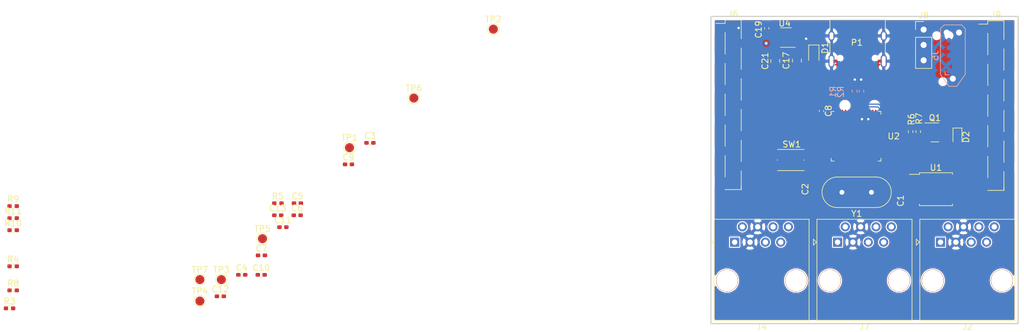
<source format=kicad_pcb>
(kicad_pcb (version 20211014) (generator pcbnew)
  (layers (0 "F.Cu" signal) (1 "In1.Cu" signal) (2 "In2.Cu" signal) (31 "B.Cu" signal) (34 "B.Paste" user) (35 "F.Paste" user) (36 "B.SilkS" user "B.Silkscreen") (37 "F.SilkS" user "F.Silkscreen") (38 "B.Mask" user) (39 "F.Mask" user) (44 "Edge.Cuts" user))
  (net 0 "")
  (net 1 "Net-(C1-Pad1)")
  (net 2 "GND")
  (net 3 "Net-(C2-Pad1)")
  (net 4 "+3V3")
  (net 5 "Net-(C10-Pad1)")
  (net 6 "/1.1V")
  (net 7 "+5V")
  (net 8 "Net-(C19-Pad2)")
  (net 9 "Net-(D1-Pad2)")
  (net 10 "Net-(D2-Pad1)")
  (net 11 "Net-(D2-Pad2)")
  (net 12 "+12V")
  (net 13 "/SPI1_MOSI")
  (net 14 "/SPI1_MISO")
  (net 15 "/SPI1_NSS")
  (net 16 "/SPI1_SCK")
  (net 17 "/SPI0_MOSI")
  (net 18 "/SPI0_MISO")
  (net 19 "/SPI0_NSS")
  (net 20 "/SPI0_SCK")
  (net 21 "/SWDIO")
  (net 22 "/SWCLK")
  (net 27 "/GPIO0")
  (net 28 "/GPIO1")
  (net 29 "/GPIO4")
  (net 30 "/GPIO5")
  (net 31 "/ADC0")
  (net 32 "/ADC1")
  (net 33 "/ADC2")
  (net 34 "/ADC3")
  (net 35 "/SCL0")
  (net 36 "/SDA0")
  (net 39 "/UART1_RX")
  (net 40 "/UART1_TX")
  (net 41 "/GPIO16")
  (net 42 "/GPIO17")
  (net 43 "/GPIO18")
  (net 44 "/GPIO19")
  (net 45 "/GPIO20")
  (net 46 "/GPIO21")
  (net 47 "/GPIO22")
  (net 48 "/GPIO23")
  (net 49 "/GPIO24")
  (net 50 "/GPIO25")
  (net 51 "Net-(P1-PadA5)")
  (net 52 "Net-(P1-PadB5)")
  (net 53 "Net-(Q1-Pad1)")
  (net 54 "/d-")
  (net 55 "/d+")
  (net 56 "/LED1")
  (net 57 "/USB_BOOT")
  (net 58 "/QSPI-CS")
  (net 59 "Net-(R11-Pad2)")
  (net 60 "/QSPI-SD1")
  (net 61 "/QSPI-SD2")
  (net 62 "/QSPI-SD0")
  (net 63 "/QSPI-CLK")
  (net 64 "/QSPI-SD3")
  (net 65 "/dd+")
  (net 66 "/dd-")
  (footprint "Connector_RJ:RJ45_OST_PJ012-8P8CX_Vertical" (layer "F.Cu") (at 241.1635 113.53)
    (fp_text reference "J2" (at 4.45 14) (layer "F.SilkS"))
    (fp_text value "8P8C")
    (pad "" np_thru_hole circle (at 10.16 6.35) (size 3.65 3.65) (drill 3.45) (layers *.Cu *.SilkS *.Mask))
    (pad "" np_thru_hole circle (at -1.27 6.35) (size 3.65 3.65) (drill 3.45) (layers *.Cu *.SilkS *.Mask))
    (pad "1" thru_hole rect (at 0 0) (size 1.5 1.5) (drill 0.9) (layers *.Cu *.Mask) (net 4 "+3V3"))
    (pad "2" thru_hole circle (at 1.27 -2.54) (size 1.5 1.5) (drill 0.9) (layers *.Cu *.Mask) (net 4 "+3V3"))
    (pad "3" thru_hole circle (at 2.54 0) (size 1.5 1.5) (drill 0.9) (layers *.Cu *.Mask) (net 2 "GND"))
    (pad "4" thru_hole circle (at 3.81 -2.54) (size 1.5 1.5) (drill 0.9) (layers *.Cu *.Mask) (net 2 "GND"))
    (pad "5" thru_hole circle (at 5.08 0) (size 1.5 1.5) (drill 0.9) (layers *.Cu *.Mask) (net 13 "/SPI1_MOSI"))
    (pad "6" thru_hole circle (at 6.35 -2.54) (size 1.5 1.5) (drill 0.9) (layers *.Cu *.Mask) (net 14 "/SPI1_MISO"))
    (pad "7" thru_hole circle (at 7.62 0) (size 1.5 1.5) (drill 0.9) (layers *.Cu *.Mask) (net 15 "/SPI1_NSS"))
    (pad "8" thru_hole circle (at 8.89 -2.54) (size 1.5 1.5) (drill 0.9) (layers *.Cu *.Mask) (net 16 "/SPI1_SCK"))
  )
  (footprint "TestPoint:TestPoint_Pad_D1.5mm" (layer "F.Cu") (at 129.04 112.95)
    (fp_text reference "TP5" (at 0 -1.648) (layer "F.SilkS"))
    (fp_text value "TestPoint")
    (pad "1" smd circle (at 0 0) (size 1.5 1.5) (layers "F.Cu" "F.Mask") (net 32 "/ADC1"))
  )
  (footprint "TestPoint:TestPoint_Pad_D1.5mm" (layer "F.Cu") (at 154.07 89.7)
    (fp_text reference "TP6" (at 0 -1.648) (layer "F.SilkS"))
    (fp_text value "TestPoint")
    (pad "1" smd circle (at 0 0) (size 1.5 1.5) (layers "F.Cu" "F.Mask") (net 33 "/ADC2"))
  )
  (footprint "Resistor_SMD:R_0402_1005Metric_Pad0.72x0.64mm_HandSolder" (layer "F.Cu") (at 87.21 124.47)
    (fp_text reference "R3" (at 0 -1.17) (layer "F.SilkS"))
    (fp_text value "1K5")
    (pad "1" smd roundrect (at -0.5975 0) (size 0.715 0.64) (layers "F.Cu" "F.Paste" "F.Mask") (net 4 "+3V3"))
    (pad "2" smd roundrect (at 0.5975 0) (size 0.715 0.64) (layers "F.Cu" "F.Paste" "F.Mask") (net 65 "/dd+"))
  )
  (footprint "Capacitor_SMD:C_0402_1005Metric_Pad0.74x0.62mm_HandSolder" (layer "F.Cu") (at 125.62 118.93)
    (fp_text reference "C4" (at 0 -1.16) (layer "F.SilkS"))
    (fp_text value ".1uF")
    (pad "1" smd roundrect (at -0.5675 0) (size 0.735 0.62) (layers "F.Cu" "F.Paste" "F.Mask") (net 5 "Net-(C10-Pad1)"))
    (pad "2" smd roundrect (at 0.5675 0) (size 0.735 0.62) (layers "F.Cu" "F.Paste" "F.Mask") (net 4 "+3V3"))
  )
  (footprint "Connector_PinHeader_2.54mm:PinHeader_1x03_P2.54mm_Vertical" (layer "F.Cu") (at 238.379 78.374)
    (fp_text reference "J8" (at 0 -2.33) (layer "F.SilkS"))
    (fp_text value "Conn_01x03")
    (pad "1" thru_hole rect (at 0 0) (size 1.7 1.7) (drill 1) (layers *.Cu *.Mask) (net 39 "/UART1_RX"))
    (pad "2" thru_hole oval (at 0 2.54) (size 1.7 1.7) (drill 1) (layers *.Cu *.Mask) (net 40 "/UART1_TX"))
    (pad "3" thru_hole oval (at 0 5.08) (size 1.7 1.7) (drill 1) (layers *.Cu *.Mask) (net 2 "GND"))
  )
  (footprint "Resistor_SMD:R_0402_1005Metric_Pad0.72x0.64mm_HandSolder" (layer "F.Cu") (at 237.49 95.25 -90)
    (fp_text reference "R7" (at -2.159 -0.127 90) (layer "F.SilkS"))
    (fp_text value "DNP")
    (pad "1" smd roundrect (at -0.5975 0 270) (size 0.715 0.64) (layers "F.Cu" "F.Paste" "F.Mask") (net 53 "Net-(Q1-Pad1)"))
    (pad "2" smd roundrect (at 0.5975 0 270) (size 0.715 0.64) (layers "F.Cu" "F.Paste" "F.Mask") (net 2 "GND"))
  )
  (footprint "Resistor_SMD:R_0402_1005Metric_Pad0.72x0.64mm_HandSolder" (layer "F.Cu") (at 131.59 107.1)
    (fp_text reference "R5" (at 0 -1.17) (layer "F.SilkS"))
    (fp_text value "5k1")
    (pad "1" smd roundrect (at -0.5975 0) (size 0.715 0.64) (layers "F.Cu" "F.Paste" "F.Mask") (net 51 "Net-(P1-PadA5)"))
    (pad "2" smd roundrect (at 0.5975 0) (size 0.715 0.64) (layers "F.Cu" "F.Paste" "F.Mask") (net 2 "GND"))
  )
  (footprint "Capacitor_SMD:C_0402_1005Metric_Pad0.74x0.62mm_HandSolder" (layer "F.Cu") (at 122.07 122.48)
    (fp_text reference "C12" (at 0 -1.16) (layer "F.SilkS"))
    (fp_text value ".1uF")
    (pad "1" smd roundrect (at -0.5675 0) (size 0.735 0.62) (layers "F.Cu" "F.Paste" "F.Mask") (net 5 "Net-(C10-Pad1)"))
    (pad "2" smd roundrect (at 0.5675 0) (size 0.735 0.62) (layers "F.Cu" "F.Paste" "F.Mask") (net 4 "+3V3"))
  )
  (footprint "Package_SO:SOIC-8_5.23x5.23mm_P1.27mm" (layer "F.Cu") (at 240.411 104.775)
    (fp_text reference "U1" (at 0 -3.56) (layer "F.SilkS"))
    (fp_text value "W25Q16JVSSIQ")
    (pad "1" smd roundrect (at -3.6 -1.905) (size 1.6 0.6) (layers "F.Cu" "F.Paste" "F.Mask") (net 58 "/QSPI-CS"))
    (pad "2" smd roundrect (at -3.6 -0.635) (size 1.6 0.6) (layers "F.Cu" "F.Paste" "F.Mask") (net 60 "/QSPI-SD1"))
    (pad "3" smd roundrect (at -3.6 0.635) (size 1.6 0.6) (layers "F.Cu" "F.Paste" "F.Mask") (net 61 "/QSPI-SD2"))
    (pad "4" smd roundrect (at -3.6 1.905) (size 1.6 0.6) (layers "F.Cu" "F.Paste" "F.Mask") (net 2 "GND"))
    (pad "5" smd roundrect (at 3.6 1.905) (size 1.6 0.6) (layers "F.Cu" "F.Paste" "F.Mask") (net 62 "/QSPI-SD0"))
    (pad "6" smd roundrect (at 3.6 0.635) (size 1.6 0.6) (layers "F.Cu" "F.Paste" "F.Mask") (net 63 "/QSPI-CLK"))
    (pad "7" smd roundrect (at 3.6 -0.635) (size 1.6 0.6) (layers "F.Cu" "F.Paste" "F.Mask") (net 64 "/QSPI-SD3"))
    (pad "8" smd roundrect (at 3.6 -1.905) (size 1.6 0.6) (layers "F.Cu" "F.Paste" "F.Mask") (net 4 "+3V3"))
  )
  (footprint "TestPoint:TestPoint_Pad_D1.5mm" (layer "F.Cu") (at 118.69 119.72)
    (fp_text reference "TP7" (at 0 -1.648) (layer "F.SilkS"))
    (fp_text value "TestPoint")
    (pad "1" smd circle (at 0 0) (size 1.5 1.5) (layers "F.Cu" "F.Mask") (net 34 "/ADC3"))
  )
  (footprint "Package_DFN_QFN:QFN-56-1EP_8x8mm_P0.5mm_EP4.3x4.3mm" (layer "F.Cu") (at 227.203 96.012)
    (fp_text reference "U2" (at 6.223 0) (layer "F.SilkS"))
    (fp_text value "RP2040")
    (pad "1" smd roundrect (at -3.9375 -3.25) (size 0.875 0.25) (layers "F.Cu" "F.Paste" "F.Mask") (net 4 "+3V3"))
    (pad "2" smd roundrect (at -3.9375 -2.75) (size 0.875 0.25) (layers "F.Cu" "F.Paste" "F.Mask") (net 27 "/GPIO0"))
    (pad "3" smd roundrect (at -3.9375 -2.25) (size 0.875 0.25) (layers "F.Cu" "F.Paste" "F.Mask") (net 28 "/GPIO1"))
    (pad "4" smd roundrect (at -3.9375 -1.75) (size 0.875 0.25) (layers "F.Cu" "F.Paste" "F.Mask") (net 40 "/UART1_TX"))
    (pad "5" smd roundrect (at -3.9375 -1.25) (size 0.875 0.25) (layers "F.Cu" "F.Paste" "F.Mask") (net 39 "/UART1_RX"))
    (pad "6" smd roundrect (at -3.9375 -0.75) (size 0.875 0.25) (layers "F.Cu" "F.Paste" "F.Mask") (net 29 "/GPIO4"))
    (pad "7" smd roundrect (at -3.9375 -0.25) (size 0.875 0.25) (layers "F.Cu" "F.Paste" "F.Mask") (net 30 "/GPIO5"))
    (pad "8" smd roundrect (at -3.9375 0.25) (size 0.875 0.25) (layers "F.Cu" "F.Paste" "F.Mask") (net 36 "/SDA0"))
    (pad "9" smd roundrect (at -3.9375 0.75) (size 0.875 0.25) (layers "F.Cu" "F.Paste" "F.Mask") (net 35 "/SCL0"))
    (pad "10" smd roundrect (at -3.9375 1.25) (size 0.875 0.25) (layers "F.Cu" "F.Paste" "F.Mask") (net 4 "+3V3"))
    (pad "11" smd roundrect (at -3.9375 1.75) (size 0.875 0.25) (layers "F.Cu" "F.Paste" "F.Mask") (net 13 "/SPI1_MOSI"))
    (pad "12" smd roundrect (at -3.9375 2.25) (size 0.875 0.25) (layers "F.Cu" "F.Paste" "F.Mask") (net 14 "/SPI1_MISO"))
    (pad "13" smd roundrect (at -3.9375 2.75) (size 0.875 0.25) (layers "F.Cu" "F.Paste" "F.Mask") (net 15 "/SPI1_NSS"))
    (pad "14" smd roundrect (at -3.9375 3.25) (size 0.875 0.25) (layers "F.Cu" "F.Paste" "F.Mask") (net 16 "/SPI1_SCK"))
    (pad "15" smd roundrect (at -3.25 3.9375) (size 0.25 0.875) (layers "F.Cu" "F.Paste" "F.Mask") (net 56 "/LED1"))
    (pad "16" smd roundrect (at -2.75 3.9375) (size 0.25 0.875) (layers "F.Cu" "F.Paste" "F.Mask") (net 18 "/SPI0_MISO"))
    (pad "17" smd roundrect (at -2.25 3.9375) (size 0.25 0.875) (layers "F.Cu" "F.Paste" "F.Mask") (net 19 "/SPI0_NSS"))
    (pad "18" smd roundrect (at -1.75 3.9375) (size 0.25 0.875) (layers "F.Cu" "F.Paste" "F.Mask") (net 20 "/SPI0_SCK"))
    (pad "19" smd roundrect (at -1.25 3.9375) (size 0.25 0.875) (layers "F.Cu" "F.Paste" "F.Mask") (net 17 "/SPI0_MOSI"))
    (pad "20" smd roundrect (at -0.75 3.9375) (size 0.25 0.875) (layers "F.Cu" "F.Paste" "F.Mask") (net 1 "Net-(C1-Pad1)"))
    (pad "21" smd roundrect (at -0.25 3.9375) (size 0.25 0.875) (layers "F.Cu" "F.Paste" "F.Mask") (net 3 "Net-(C2-Pad1)"))
    (pad "22" smd roundrect (at 0.25 3.9375) (size 0.25 0.875) (layers "F.Cu" "F.Paste" "F.Mask") (net 4 "+3V3"))
    (pad "23" smd roundrect (at 0.75 3.9375) (size 0.25 0.875) (layers "F.Cu" "F.Paste" "F.Mask") (net 6 "/1.1V"))
    (pad "24" smd roundrect (at 1.25 3.9375) (size 0.25 0.875) (layers "F.Cu" "F.Paste" "F.Mask") (net 22 "/SWCLK"))
    (pad "25" smd roundrect (at 1.75 3.9375) (size 0.25 0.875) (layers "F.Cu" "F.Paste" "F.Mask") (net 21 "/SWDIO"))
    (pad "26" smd roundrect (at 2.25 3.9375) (size 0.25 0.875) (layers "F.Cu" "F.Paste" "F.Mask") (net 59 "Net-(R11-Pad2)"))
    (pad "27" smd roundrect (at 2.75 3.9375) (size 0.25 0.875) (layers "F.Cu" "F.Paste" "F.Mask") (net 41 "/GPIO16"))
    (pad "28" smd roundrect (at 3.25 3.9375) (size 0.25 0.875) (layers "F.Cu" "F.Paste" "F.Mask") (net 42 "/GPIO17"))
    (pad "29" smd roundrect (at 3.9375 3.25) (size 0.875 0.25) (layers "F.Cu" "F.Paste" "F.Mask") (net 43 "/GPIO18"))
    (pad "30" smd roundrect (at 3.9375 2.75) (size 0.875 0.25) (layers "F.Cu" "F.Paste" "F.Mask") (net 44 "/GPIO19"))
    (pad "31" smd roundrect (at 3.9375 2.25) (size 0.875 0.25) (layers "F.Cu" "F.Paste" "F.Mask") (net 45 "/GPIO20"))
    (pad "32" smd roundrect (at 3.9375 1.75) (size 0.875 0.25) (layers "F.Cu" "F.Paste" "F.Mask") (net 46 "/GPIO21"))
    (pad "33" smd roundrect (at 3.9375 1.25) (size 0.875 0.25) (layers "F.Cu" "F.Paste" "F.Mask") (net 4 "+3V3"))
    (pad "34" smd roundrect (at 3.9375 0.75) (size 0.875 0.25) (layers "F.Cu" "F.Paste" "F.Mask") (net 47 "/GPIO22"))
    (pad "35" smd roundrect (at 3.9375 0.25) (size 0.875 0.25) (layers "F.Cu" "F.Paste" "F.Mask") (net 48 "/GPIO23"))
    (pad "36" smd roundrect (at 3.9375 -0.25) (size 0.875 0.25) (layers "F.Cu" "F.Paste" "F.Mask") (net 49 "/GPIO24"))
    (pad "37" smd roundrect (at 3.9375 -0.75) (size 0.875 0.25) (layers "F.Cu" "F.Paste" "F.Mask") (net 50 "/GPIO25"))
    (pad "38" smd roundrect (at 3.9375 -1.25) (size 0.875 0.25) (layers "F.Cu" "F.Paste" "F.Mask") (net 31 "/ADC0"))
    (pad "39" smd roundrect (at 3.9375 -1.75) (size 0.875 0.25) (layers "F.Cu" "F.Paste" "F.Mask") (net 32 "/ADC1"))
    (pad "40" smd roundrect (at 3.9375 -2.25) (size 0.875 0.25) (layers "F.Cu" "F.Paste" "F.Mask") (net 33 "/ADC2"))
    (pad "41" smd roundrect (at 3.9375 -2.75) (size 0.875 0.25) (layers "F.Cu" "F.Paste" "F.Mask") (net 34 "/ADC3"))
    (pad "42" smd roundrect (at 3.9375 -3.25) (size 0.875 0.25) (layers "F.Cu" "F.Paste" "F.Mask") (net 4 "+3V3"))
    (pad "43" smd roundrect (at 3.25 -3.9375) (size 0.25 0.875) (layers "F.Cu" "F.Paste" "F.Mask") (net 4 "+3V3"))
    (pad "44" smd roundrect (at 2.75 -3.9375) (size 0.25 0.875) (layers "F.Cu" "F.Paste" "F.Mask") (net 4 "+3V3"))
    (pad "45" smd roundrect (at 2.25 -3.9375) (size 0.25 0.875) (layers "F.Cu" "F.Paste" "F.Mask") (net 6 "/1.1V"))
    (pad "46" smd roundrect (at 1.75 -3.9375) (size 0.25 0.875) (layers "F.Cu" "F.Paste" "F.Mask") (net 54 "/d-"))
    (pad "47" smd roundrect (at 1.25 -3.9375) (size 0.25 0.875) (layers "F.Cu" "F.Paste" "F.Mask") (net 55 "/d+"))
    (pad "48" smd roundrect (at 0.75 -3.9375) (size 0.25 0.875) (layers "F.Cu" "F.Paste" "F.Mask") (net 4 "+3V3"))
    (pad "49" smd roundrect (at 0.25 -3.9375) (size 0.25 0.875) (layers "F.Cu" "F.Paste" "F.Mask") (net 4 "+3V3"))
    (pad "50" smd roundrect (at -0.25 -3.9375) (size 0.25 0.875) (layers "F.Cu" "F.Paste" "F.Mask") (net 6 "/1.1V"))
    (pad "51" smd roundrect (at -0.75 -3.9375) (size 0.25 0.875) (layers "F.Cu" "F.Paste" "F.Mask") (net 64 "/QSPI-SD3"))
    (pad "52" smd roundrect (at -1.25 -3.9375) (size 0.25 0.875) (layers "F.Cu" "F.Paste" "F.Mask") (net 63 "/QSPI-CLK"))
    (pad "53" smd roundrect (at -1.75 -3.9375) (size 0.25 0.875) (layers "F.Cu" "F.Paste" "F.Mask") (net 62 "/QSPI-SD0"))
    (pad "54" smd roundrect (at -2.25 -3.9375) (size 0.25 0.875) (layers "F.Cu" "F.Paste" "F.Mask") (net 61 "/QSPI-SD2"))
    (pad "55" smd roundrect (at -2.75 -3.9375) (size 0.25 0.875) (layers "F.Cu" "F.Paste" "F.Mask") (net 60 "/QSPI-SD1"))
    (pad "56" smd roundrect (at -3.25 -3.9375) (size 0.25 0.875) (layers "F.Cu" "F.Paste" "F.Mask") (net 58 "/QSPI-CS"))
    (pad "57" smd rect (at 0 0) (size 4.3 4.3) (layers "F.Cu" "F.Mask") (net 2 "GND"))
  )
  (footprint "Capacitor_SMD:C_0402_1005Metric_Pad0.74x0.62mm_HandSolder" (layer "F.Cu") (at 221.488 91.821 -90)
    (fp_text reference "C8" (at 0 -1.16 90) (layer "F.SilkS"))
    (fp_text value ".1uF")
    (pad "1" smd roundrect (at -0.5675 0 270) (size 0.735 0.62) (layers "F.Cu" "F.Paste" "F.Mask") (net 5 "Net-(C10-Pad1)"))
    (pad "2" smd roundrect (at 0.5675 0 270) (size 0.735 0.62) (layers "F.Cu" "F.Paste" "F.Mask") (net 4 "+3V3"))
  )
  (footprint "Capacitor_SMD:C_0402_1005Metric_Pad0.74x0.62mm_HandSolder" (layer "F.Cu") (at 143.26 100.66)
    (fp_text reference "C9" (at 0 -1.16) (layer "F.SilkS"))
    (fp_text value ".1uF")
    (pad "1" smd roundrect (at -0.5675 0) (size 0.735 0.62) (layers "F.Cu" "F.Paste" "F.Mask") (net 2 "GND"))
    (pad "2" smd roundrect (at 0.5675 0) (size 0.735 0.62) (layers "F.Cu" "F.Paste" "F.Mask") (net 6 "/1.1V"))
  )
  (footprint "Capacitor_SMD:C_0402_1005Metric_Pad0.74x0.62mm_HandSolder" (layer "F.Cu") (at 212.424 78.166 -90)
    (fp_text reference "C19" (at 0.193 1.35 90) (layer "F.SilkS"))
    (fp_text value "10nF")
    (pad "1" smd roundrect (at -0.5675 0 270) (size 0.735 0.62) (layers "F.Cu" "F.Paste" "F.Mask") (net 2 "GND"))
    (pad "2" smd roundrect (at 0.5675 0 270) (size 0.735 0.62) (layers "F.Cu" "F.Paste" "F.Mask") (net 8 "Net-(C19-Pad2)"))
  )
  (footprint "Package_TO_SOT_SMD:SOT-23" (layer "F.Cu") (at 240.2355 95.377)
    (fp_text reference "Q1" (at 0 -2.4) (layer "F.SilkS"))
    (fp_text value "2N7002")
    (pad "1" smd roundrect (at -0.9375 -0.95) (size 1.475 0.6) (layers "F.Cu" "F.Paste" "F.Mask") (net 53 "Net-(Q1-Pad1)"))
    (pad "2" smd roundrect (at -0.9375 0.95) (size 1.475 0.6) (layers "F.Cu" "F.Paste" "F.Mask") (net 2 "GND"))
    (pad "3" smd roundrect (at 0.9375 0) (size 1.475 0.6) (layers "F.Cu" "F.Paste" "F.Mask") (net 10 "Net-(D2-Pad1)"))
  )
  (footprint "Resistor_SMD:R_0402_1005Metric_Pad0.72x0.64mm_HandSolder" (layer "F.Cu") (at 87.81 111.55)
    (fp_text reference "R10" (at 0 -1.17) (layer "F.SilkS"))
    (fp_text value "10K")
    (pad "1" smd roundrect (at -0.5975 0) (size 0.715 0.64) (layers "F.Cu" "F.Paste" "F.Mask") (net 4 "+3V3"))
    (pad "2" smd roundrect (at 0.5975 0) (size 0.715 0.64) (layers "F.Cu" "F.Paste" "F.Mask") (net 58 "/QSPI-CS"))
  )
  (footprint "Capacitor_SMD:C_0402_1005Metric_Pad0.74x0.62mm_HandSolder" (layer "F.Cu") (at 134.82 107.09)
    (fp_text reference "C5" (at 0 -1.16) (layer "F.SilkS"))
    (fp_text value ".1uF")
    (pad "1" smd roundrect (at -0.5675 0) (size 0.735 0.62) (layers "F.Cu" "F.Paste" "F.Mask") (net 5 "Net-(C10-Pad1)"))
    (pad "2" smd roundrect (at 0.5675 0) (size 0.735 0.62) (layers "F.Cu" "F.Paste" "F.Mask") (net 4 "+3V3"))
  )
  (footprint "LED_SMD:LED_0603_1608Metric" (layer "F.Cu") (at 243.967 96.139 -90)
    (fp_text reference "D2" (at 0 -1.43 90) (layer "F.SilkS"))
    (fp_text value "Red LED")
    (pad "1" smd roundrect (at -0.7875 0 270) (size 0.875 0.95) (layers "F.Cu" "F.Paste" "F.Mask") (net 10 "Net-(D2-Pad1)"))
    (pad "2" smd roundrect (at 0.7875 0 270) (size 0.875 0.95) (layers "F.Cu" "F.Paste" "F.Mask") (net 11 "Net-(D2-Pad2)"))
  )
  (footprint "TestPoint:TestPoint_Pad_D1.5mm" (layer "F.Cu") (at 167.22 78.3)
    (fp_text reference "TP2" (at 0 -1.648) (layer "F.SilkS"))
    (fp_text value "TestPoint")
    (pad "1" smd circle (at 0 0) (size 1.5 1.5) (layers "F.Cu" "F.Mask") (net 7 "+5V"))
  )
  (footprint "Resistor_SMD:R_0402_1005Metric_Pad0.72x0.64mm_HandSolder" (layer "F.Cu") (at 87.81 117.52)
    (fp_text reference "R4" (at 0 -1.17) (layer "F.SilkS"))
    (fp_text value "5k1")
    (pad "1" smd roundrect (at -0.5975 0) (size 0.715 0.64) (layers "F.Cu" "F.Paste" "F.Mask") (net 52 "Net-(P1-PadB5)"))
    (pad "2" smd roundrect (at 0.5975 0) (size 0.715 0.64) (layers "F.Cu" "F.Paste" "F.Mask") (net 2 "GND"))
  )
  (footprint "Capacitor_SMD:C_0402_1005Metric_Pad0.74x0.62mm_HandSolder" (layer "F.Cu") (at 146.81 97.11)
    (fp_text reference "C3" (at 0 -1.16) (layer "F.SilkS"))
    (fp_text value ".1uF")
    (pad "1" smd roundrect (at -0.5675 0) (size 0.735 0.62) (layers "F.Cu" "F.Paste" "F.Mask") (net 2 "GND"))
    (pad "2" smd roundrect (at 0.5675 0) (size 0.735 0.62) (layers "F.Cu" "F.Paste" "F.Mask") (net 4 "+3V3"))
  )
  (footprint "Connector_RJ:RJ45_OST_PJ012-8P8CX_Vertical" (layer "F.Cu") (at 207.1275 113.53)
    (fp_text reference "J4" (at 4.45 14) (layer "F.SilkS"))
    (fp_text value "8P8C")
    (pad "" np_thru_hole circle (at -1.27 6.35) (size 3.65 3.65) (drill 3.45) (layers *.Cu *.SilkS *.Mask))
    (pad "" np_thru_hole circle (at 10.16 6.35) (size 3.65 3.65) (drill 3.45) (layers *.Cu *.SilkS *.Mask))
    (pad "1" thru_hole rect (at 0 0) (size 1.5 1.5) (drill 0.9) (layers *.Cu *.Mask) (net 4 "+3V3"))
    (pad "2" thru_hole circle (at 1.27 -2.54) (size 1.5 1.5) (drill 0.9) (layers *.Cu *.Mask) (net 4 "+3V3"))
    (pad "3" thru_hole circle (at 2.54 0) (size 1.5 1.5) (drill 0.9) (layers *.Cu *.Mask) (net 2 "GND"))
    (pad "4" thru_hole circle (at 3.81 -2.54) (size 1.5 1.5) (drill 0.9) (layers *.Cu *.Mask) (net 2 "GND"))
    (pad "5" thru_hole circle (at 5.08 0) (size 1.5 1.5) (drill 0.9) (layers *.Cu *.Mask) (net 17 "/SPI0_MOSI"))
    (pad "6" thru_hole circle (at 6.35 -2.54) (size 1.5 1.5) (drill 0.9) (layers *.Cu *.Mask) (net 18 "/SPI0_MISO"))
    (pad "7" thru_hole circle (at 7.62 0) (size 1.5 1.5) (drill 0.9) (layers *.Cu *.Mask) (net 19 "/SPI0_NSS"))
    (pad "8" thru_hole circle (at 8.89 -2.54) (size 1.5 1.5) (drill 0.9) (layers *.Cu *.Mask) (net 20 "/SPI0_SCK"))
  )
  (footprint "Connector_RJ:RJ45_OST_PJ012-8P8CX_Vertical" (layer "F.Cu") (at 224.1455 113.53)
    (fp_text reference "J7" (at 4.45 14) (layer "F.SilkS"))
    (fp_text value "8P8C")
    (pad "" np_thru_hole circle (at 10.16 6.35) (size 3.65 3.65) (drill 3.45) (layers *.Cu *.SilkS *.Mask))
    (pad "" np_thru_hole circle (at -1.27 6.35) (size 3.65 3.65) (drill 3.45) (layers *.Cu *.SilkS *.Mask))
    (pad "1" thru_hole rect (at 0 0) (size 1.5 1.5) (drill 0.9) (layers *.Cu *.Mask) (net 4 "+3V3"))
    (pad "2" thru_hole circle (at 1.27 -2.54) (size 1.5 1.5) (drill 0.9) (layers *.Cu *.Mask) (net 4 "+3V3"))
    (pad "3" thru_hole circle (at 2.54 0) (size 1.5 1.5) (drill 0.9) (layers *.Cu *.Mask) (net 2 "GND"))
    (pad "4" thru_hole circle (at 3.81 -2.54) (size 1.5 1.5) (drill 0.9) (layers *.Cu *.Mask) (net 2 "GND"))
    (pad "5" thru_hole circle (at 5.08 0) (size 1.5 1.5) (drill 0.9) (layers *.Cu *.Mask) (net 35 "/SCL0"))
    (pad "6" thru_hole circle (at 6.35 -2.54) (size 1.5 1.5) (drill 0.9) (layers *.Cu *.Mask) (net 36 "/SDA0"))
    (pad "7" thru_hole circle (at 7.62 0) (size 1.5 1.5) (drill 0.9) (layers *.Cu *.Mask))
    (pad "8" thru_hole circle (at 8.89 -2.54) (size 1.5 1.5) (drill 0.9) (layers *.Cu *.Mask))
  )
  (footprint "Resistor_SMD:R_0402_1005Metric_Pad0.72x0.64mm_HandSolder" (layer "F.Cu") (at 87.81 109.56)
    (fp_text reference "R11" (at 0 -1.17) (layer "F.SilkS"))
    (fp_text value "10K")
    (pad "1" smd roundrect (at -0.5975 0) (size 0.715 0.64) (layers "F.Cu" "F.Paste" "F.Mask") (net 4 "+3V3"))
    (pad "2" smd roundrect (at 0.5975 0) (size 0.715 0.64) (layers "F.Cu" "F.Paste" "F.Mask") (net 59 "Net-(R11-Pad2)"))
  )
  (footprint "Capacitor_SMD:C_0402_1005Metric_Pad0.74x0.62mm_HandSolder" (layer "F.Cu") (at 132.42 111.05)
    (fp_text reference "C11" (at 0 -1.16) (layer "F.SilkS"))
    (fp_text value ".1uF")
    (pad "1" smd roundrect (at -0.5675 0) (size 0.735 0.62) (layers "F.Cu" "F.Paste" "F.Mask") (net 2 "GND"))
    (pad "2" smd roundrect (at 0.5675 0) (size 0.735 0.62) (layers "F.Cu" "F.Paste" "F.Mask") (net 6 "/1.1V"))
  )
  (footprint "Capacitor_SMD:C_0402_1005Metric_Pad0.74x0.62mm_HandSolder" (layer "F.Cu") (at 131.57 109.08)
    (fp_text reference "C13" (at 0 -1.16) (layer "F.SilkS"))
    (fp_text value ".1uF")
    (pad "1" smd roundrect (at -0.5675 0) (size 0.735 0.62) (layers "F.Cu" "F.Paste" "F.Mask") (net 5 "Net-(C10-Pad1)"))
    (pad "2" smd roundrect (at 0.5675 0) (size 0.735 0.62) (layers "F.Cu" "F.Paste" "F.Mask") (net 4 "+3V3"))
  )
  (footprint "Capacitor_SMD:C_0402_1005Metric_Pad0.74x0.62mm_HandSolder" (layer "F.Cu") (at 128.87 115.71)
    (fp_text reference "C7" (at 0 -1.16) (layer "F.SilkS"))
    (fp_text value ".1uF")
    (pad "1" smd roundrect (at -0.5675 0) (size 0.735 0.62) (layers "F.Cu" "F.Paste" "F.Mask") (net 5 "Net-(C10-Pad1)"))
    (pad "2" smd roundrect (at 0.5675 0) (size 0.735 0.62) (layers "F.Cu" "F.Paste" "F.Mask") (net 4 "+3V3"))
  )
  (footprint "Package_TO_SOT_SMD:SOT-23-5_HandSoldering" (layer "F.Cu") (at 215.599 79.69 180)
    (fp_text reference "U4" (at 0.207 2.347) (layer "F.SilkS"))
    (fp_text value "BCT2028EUK33")
    (pad "1" smd rect (at -1.35 -0.95 180) (size 1.56 0.65) (layers "F.Cu" "F.Paste" "F.Mask") (net 7 "+5V"))
    (pad "2" smd rect (at -1.35 0 180) (size 1.56 0.65) (layers "F.Cu" "F.Paste" "F.Mask") (net 2 "GND"))
    (pad "3" smd rect (at -1.35 0.95 180) (size 1.56 0.65) (layers "F.Cu" "F.Paste" "F.Mask") (net 7 "+5V"))
    (pad "4" smd rect (at 1.35 0.95 180) (size 1.56 0.65) (layers "F.Cu" "F.Paste" "F.Mask") (net 8 "Net-(C19-Pad2)"))
    (pad "5" smd rect (at 1.35 -0.95 180) (size 1.56 0.65) (layers "F.Cu" "F.Paste" "F.Mask") (net 4 "+3V3"))
  )
  (footprint "Connector_USB:USB_C_Receptacle_XKB_U262-16XN-4BVC11" (layer "F.Cu") (at 227.457 80.487 180)
    (fp_text reference "P1" (at 0.127 -0.031) (layer "F.SilkS"))
    (fp_text value "USB_C_Plug_USB2.0")
    (pad "" np_thru_hole circle (at 2.89 -2.605 180) (size 0.65 0.65) (drill 0.65) (layers *.Cu *.Mask))
    (pad "" np_thru_hole circle (at -2.89 -2.605 180) (size 0.65 0.65) (drill 0.65) (layers *.Cu *.Mask))
    (pad "A1" smd rect (at -3.35 -3.67 180) (size 0.3 1.15) (layers "F.Cu" "F.Paste" "F.Mask") (net 2 "GND"))
    (pad "A4" smd rect (at -2.55 -3.67 180) (size 0.3 1.15) (layers "F.Cu" "F.Paste" "F.Mask") (net 9 "Net-(D1-Pad2)"))
    (pad "A5" smd rect (at -1.25 -3.67 180) (size 0.3 1.15) (layers "F.Cu" "F.Paste" "F.Mask") (net 51 "Net-(P1-PadA5)"))
    (pad "A6" smd rect (at -0.25 -3.67 180) (size 0.3 1.15) (layers "F.Cu" "F.Paste" "F.Mask") (net 65 "/dd+"))
    (pad "A7" smd rect (at 0.25 -3.67 180) (size 0.3 1.15) (layers "F.Cu" "F.Paste" "F.Mask") (net 66 "/dd-"))
    (pad "A8" smd rect (at 1.25 -3.67 180) (size 0.3 1.15) (layers "F.Cu" "F.Paste" "F.Mask"))
    (pad "A9" smd rect (at 2.55 -3.67 180) (size 0.3 1.15) (layers "F.Cu" "F.Paste" "F.Mask") (net 9 "Net-(D1-Pad2)"))
    (pad "A12" smd rect (at 3.35 -3.67 180) (size 0.3 1.15) (layers "F.Cu" "F.Paste" "F.Mask") (net 2 "GND"))
    (pad "B1" smd rect (at 3.05 -3.67 180) (size 0.3 1.15) (layers "F.Cu" "F.Paste" "F.Mask") (net 2 "GND"))
    (pad "B4" smd rect (at 2.25 -3.67 180) (size 0.3 1.15) (layers "F.Cu" "F.Paste" "F.Mask") (net 9 "Net-(D1-Pad2)"))
    (pad "B5" smd rect (at 1.75 -3.67 180) (size 0.3 1.15) (layers "F.Cu" "F.Paste" "F.Mask") (net 52 "Net-(P1-PadB5)"))
    (pad "B6" smd rect (at 0.75 -3.67 180) (size 0.3 1.15) (layers "F.Cu" "F.Paste" "F.Mask"))
    (pad "B7" smd rect (at -0.75 -3.67 180) (size 0.3 1.15) (layers "F.Cu" "F.Paste" "F.Mask"))
    (pad "B8" smd rect (at -1.75 -3.67 180) (size 0.3 1.15) (layers "F.Cu" "F.Paste" "F.Mask"))
    (pad "B9" smd rect (at -2.25 -3.67 180) (size 0.3 1.15) (layers "F.Cu" "F.Paste" "F.Mask") (net 9 "Net-(D1-Pad2)"))
    (pad "B12" smd rect (at -3.05 -3.67 180) (size 0.3 1.15) (layers "F.Cu" "F.Paste" "F.Mask") (net 2 "GND"))
    (pad "S1" thru_hole oval (at -4.32 -3.105 180) (size 1 2.1) (drill oval 0.6 1.7) (layers *.Cu *.Mask) (net 2 "GND"))
    (pad "S1" thru_hole oval (at -4.32 1.075 180) (size 1 1.6) (drill oval 0.6 1.2) (layers *.Cu *.Mask) (net 2 "GND"))
    (pad "S1" thru_hole oval (at 4.32 -3.105 180) (size 1 2.1) (drill oval 0.6 1.7) (layers *.Cu *.Mask) (net 2 "GND"))
    (pad "S1" thru_hole oval (at 4.32 1.075 180) (size 1 1.6) (drill oval 0.6 1.2) (layers *.Cu *.Mask) (net 2 "GND"))
  )
  (footprint "Connector_PinHeader_2.54mm:PinHeader_1x11_P2.54mm_Vertical_SMD_Pin1Left" (layer "F.Cu") (at 250.317 90.932)
    (fp_text reference "J9" (at 0 -15.03) (layer "F.SilkS"))
    (fp_text value "Conn_01x11")
    (pad "1" smd rect (at -1.655 -12.7) (size 2.51 1) (layers "F.Cu" "F.Paste" "F.Mask") (net 41 "/GPIO16"))
    (pad "2" smd rect (at 1.655 -10.16) (size 2.51 1) (layers "F.Cu" "F.Paste" "F.Mask") (net 42 "/GPIO17"))
    (pad "3" smd rect (at -1.655 -7.62) (size 2.51 1) (layers "F.Cu" "F.Paste" "F.Mask") (net 43 "/GPIO18"))
    (pad "4" smd rect (at 1.655 -5.08) (size 2.51 1) (layers "F.Cu" "F.Paste" "F.Mask") (net 44 "/GPIO19"))
    (pad "5" smd rect (at -1.655 -2.54) (size 2.51 1) (layers "F.Cu" "F.Paste" "F.Mask") (net 45 "/GPIO20"))
    (pad "6" smd rect (at 1.655 0) (size 2.51 1) (layers "F.Cu" "F.Paste" "F.Mask") (net 46 "/GPIO21"))
    (pad "7" smd rect (at -1.655 2.54) (size 2.51 1) (layers "F.Cu" "F.Paste" "F.Mask") (net 47 "/GPIO22"))
    (pad "8" smd rect (at 1.655 5.08) (size 2.51 1) (layers "F.Cu" "F.Paste" "F.Mask") (net 48 "/GPIO23"))
    (pad "9" smd rect (at -1.655 7.62) (size 2.51 1) (layers "F.Cu" "F.Paste" "F.Mask") (net 49 "/GPIO24"))
    (pad "10" smd rect (at 1.655 10.16) (size 2.51 1) (layers "F.Cu" "F.Paste" "F.Mask") (net 50 "/GPIO25"))
    (pad "11" smd rect (at -1.655 12.7) (size 2.51 1) (layers "F.Cu" "F.Paste" "F.Mask") (net 2 "GND"))
  )
  (footprint "Button_Switch_SMD:SW_Push_1P1T_NO_Vertical_Wuerth_434133025816" (layer "F.Cu") (at 216.408 99.949)
    (fp_text reference "SW1" (at 0.15 -2.6) (layer "F.SilkS"))
    (fp_text value "SW_Push")
    (pad "1" smd rect (at -2.075 -1.075) (size 1.05 0.65) (layers "F.Cu" "F.Paste" "F.Mask") (net 57 "/USB_BOOT"))
    (pad "1" smd rect (at 2.075 -1.075) (size 1.05 0.65) (layers "F.Cu" "F.Paste" "F.Mask") (net 57 "/USB_BOOT"))
    (pad "2" smd rect (at 2.05 1.075) (size 1.05 0.65) (layers "F.Cu" "F.Paste" "F.Mask") (net 2 "GND"))
    (pad "2" smd rect (at -2.075 1.075) (size 1.05 0.65) (layers "F.Cu" "F.Paste" "F.Mask") (net 2 "GND"))
  )
  (footprint "Capacitor_SMD:C_0805_2012Metric_Pad1.18x1.45mm_HandSolder" (layer "F.Cu") (at 217.424 83.5 90)
    (fp_text reference "C17" (at 0 -1.778 90) (layer "F.SilkS"))
    (fp_text value "1uF")
    (pad "1" smd roundrect (at -1.0375 0 90) (size 1.175 1.45) (layers "F.Cu" "F.Paste" "F.Mask") (roundrect_rratio 0.212766) (net 2 "GND"))
    (pad "2" smd roundrect (at 1.0375 0 90) (size 1.175 1.45) (layers "F.Cu" "F.Paste" "F.Mask") (roundrect_rratio 0.212766) (net 7 "+5V"))
  )
  (footprint "Resistor_SMD:R_0402_1005Metric_Pad0.72x0.64mm_HandSolder" (layer "F.Cu") (at 236.22 95.25 -90)
    (fp_text reference "R6" (at -2.032 -0.127 90) (layer "F.SilkS"))
    (fp_text value "1K")
    (pad "1" smd roundrect (at -0.5975 0 270) (size 0.715 0.64) (layers "F.Cu" "F.Paste" "F.Mask") (net 53 "Net-(Q1-Pad1)"))
    (pad "2" smd roundrect (at 0.5975 0 270) (size 0.715 0.64) (layers "F.Cu" "F.Paste" "F.Mask") (net 56 "/LED1"))
  )
  (footprint "Capacitor_SMD:C_0805_2012Metric_Pad1.18x1.45mm_HandSolder" (layer "F.Cu") (at 213.8426 83.566 90)
    (fp_text reference "C21" (at 0 -1.68 90) (layer "F.SilkS"))
    (fp_text value "1uF")
    (pad "1" smd roundrect (at -1.0375 0 90) (size 1.175 1.45) (layers "F.Cu" "F.Paste" "F.Mask") (roundrect_rratio 0.212766) (net 2 "GND"))
    (pad "2" smd roundrect (at 1.0375 0 90) (size 1.175 1.45) (layers "F.Cu" "F.Paste" "F.Mask") (roundrect_rratio 0.212766) (net 4 "+3V3"))
  )
  (footprint "Crystal:Crystal_HC49-4H_Vertical" (layer "F.Cu") (at 229.743 105.283 180)
    (fp_text reference "Y1" (at 2.44 -3.525) (layer "F.SilkS"))
    (fp_text value "Crystal")
    (pad "1" thru_hole circle (at 0 0 180) (size 1.5 1.5) (drill 0.8) (layers *.Cu *.Mask) (net 1 "Net-(C1-Pad1)"))
    (pad "2" thru_hole circle (at 4.88 0 180) (size 1.5 1.5) (drill 0.8) (layers *.Cu *.Mask) (net 3 "Net-(C2-Pad1)"))
  )
  (footprint "TestPoint:TestPoint_Pad_D1.5mm" (layer "F.Cu") (at 143.43 97.9)
    (fp_text reference "TP1" (at 0 -1.648) (layer "F.SilkS"))
    (fp_text value "TestPoint")
    (pad "1" smd circle (at 0 0) (size 1.5 1.5) (layers "F.Cu" "F.Mask") (net 12 "+12V"))
  )
  (footprint "Connector_PinHeader_2.54mm:PinHeader_1x11_P2.54mm_Vertical_SMD_Pin1Left" (layer "F.Cu") (at 206.883 90.805)
    (fp_text reference "J6" (at 0 -15.03) (layer "F.SilkS"))
    (fp_text value "Conn_01x11")
    (pad "1" smd rect (at -1.655 -12.7) (size 2.51 1) (layers "F.Cu" "F.Paste" "F.Mask") (net 2 "GND"))
    (pad "2" smd rect (at 1.655 -10.16) (size 2.51 1) (layers "F.Cu" "F.Paste" "F.Mask") (net 4 "+3V3"))
    (pad "3" smd rect (at -1.655 -7.62) (size 2.51 1) (layers "F.Cu" "F.Paste" "F.Mask") (net 7 "+5V"))
    (pad "4" smd rect (at 1.655 -5.08) (size 2.51 1) (layers "F.Cu" "F.Paste" "F.Mask") (net 27 "/GPIO0"))
    (pad "5" smd rect (at -1.655 -2.54) (size 2.51 1) (layers "F.Cu" "F.Paste" "F.Mask") (net 28 "/GPIO1"))
    (pad "6" smd rect (at 1.655 0) (size 2.51 1) (layers "F.Cu" "F.Paste" "F.Mask") (net 29 "/GPIO4"))
    (pad "7" smd rect (at -1.655 2.54) (size 2.51 1) (layers "F.Cu" "F.Paste" "F.Mask") (net 30 "/GPIO5"))
    (pad "8" smd rect (at 1.655 5.08) (size 2.51 1) (layers "F.Cu" "F.Paste" "F.Mask") (net 31 "/ADC0"))
    (pad "9" smd rect (at -1.655 7.62) (size 2.51 1) (layers "F.Cu" "F.Paste" "F.Mask") (net 32 "/ADC1"))
    (pad "10" smd rect (at 1.655 10.16) (size 2.51 1) (layers "F.Cu" "F.Paste" "F.Mask") (net 33 "/ADC2"))
    (pad "11" smd rect (at -1.655 12.7) (size 2.51 1) (layers "F.Cu" "F.Paste" "F.Mask") (net 34 "/ADC3"))
  )
  (footprint "Capacitor_SMD:C_0402_1005Metric_Pad0.74x0.62mm_HandSolder" (layer "F.Cu") (at 128.83 118.93)
    (fp_text reference "C10" (at 0 -1.16) (layer "F.SilkS"))
    (fp_text value ".1uF")
    (pad "1" smd roundrect (at -0.5675 0) (size 0.735 0.62) (layers "F.Cu" "F.Paste" "F.Mask") (net 5 "Net-(C10-Pad1)"))
    (pad "2" smd roundrect (at 0.5675 0) (size 0.735 0.62) (layers "F.Cu" "F.Paste" "F.Mask") (net 4 "+3V3"))
  )
  (footprint "Inductor_SMD:L_0402_1005Metric" (layer "F.Cu") (at 234.442 104.775 90)
    (fp_text reference "C1" (at -1.905 0.127 90) (layer "F.SilkS"))
    (fp_text value "18pF")
    (pad "1" smd roundrect (at -0.485 0 90) (size 0.59 0.64) (layers "F.Cu" "F.Paste" "F.Mask") (net 1 "Net-(C1-Pad1)"))
    (pad "2" smd roundrect (at 0.485 0 90) (size 0.59 0.64) (layers "F.Cu" "F.Paste" "F.Mask") (net 2 "GND"))
  )
  (footprint "Diode_SMD:D_SOD-323" (layer "F.Cu") (at 220.218 82.423 -90)
    (fp_text reference "D1" (at -1.016 -1.85 90) (layer "F.SilkS"))
    (fp_text value "1N5817")
    (pad "1" smd rect (at -1.05 0 270) (size 0.6 0.45) (layers "F.Cu" "F.Paste" "F.Mask") (net 7 "+5V"))
    (pad "2" smd rect (at 1.05 0 270) (size 0.6 0.45) (layers "F.Cu" "F.Paste" "F.Mask") (net 9 "Net-(D1-Pad2)"))
  )
  (footprint "Resistor_SMD:R_0402_1005Metric_Pad0.72x0.64mm_HandSolder" (layer "F.Cu") (at 87.81 107.57)
    (fp_text reference "R9" (at 0 -1.17) (layer "F.SilkS"))
    (fp_text value "1K")
    (pad "1" smd roundrect (at -0.5975 0) (size 0.715 0.64) (layers "F.Cu" "F.Paste" "F.Mask") (net 57 "/USB_BOOT"))
    (pad "2" smd roundrect (at 0.5975 0) (size 0.715 0.64) (layers "F.Cu" "F.Paste" "F.Mask") (net 58 "/QSPI-CS"))
  )
  (footprint "TestPoint:TestPoint_Pad_D1.5mm" (layer "F.Cu") (at 118.69 123.27)
    (fp_text reference "TP4" (at 0 -1.648) (layer "F.SilkS"))
    (fp_text value "TestPoint")
    (pad "1" smd circle (at 0 0) (size 1.5 1.5) (layers "F.Cu" "F.Mask") (net 31 "/ADC0"))
  )
  (footprint "Inductor_SMD:L_0402_1005Metric" (layer "F.Cu") (at 219.964 104.775 90)
    (fp_text reference "C2" (at 0 -1.17 90) (layer "F.SilkS"))
    (fp_text value "18pF")
    (pad "1" smd roundrect (at -0.485 0 90) (size 0.59 0.64) (layers "F.Cu" "F.Paste" "F.Mask") (net 3 "Net-(C2-Pad1)"))
    (pad "2" smd roundrect (at 0.485 0 90) (size 0.59 0.64) (layers "F.Cu" "F.Paste" "F.Mask") (net 2 "GND"))
  )
  (footprint "TestPoint:TestPoint_Pad_D1.5mm" (layer "F.Cu") (at 122.24 119.72)
    (fp_text reference "TP3" (at 0 -1.648) (layer "F.SilkS"))
    (fp_text value "TestPoint")
    (pad "1" smd circle (at 0 0) (size 1.5 1.5) (layers "F.Cu" "F.Mask") (net 4 "+3V3"))
  )
  (footprint "Resistor_SMD:R_0402_1005Metric_Pad0.72x0.64mm_HandSolder" (layer "F.Cu") (at 87.81 121.5)
    (fp_text reference "R8" (at 0 -1.17) (layer "F.SilkS"))
    (fp_text value "1K")
    (pad "1" smd roundrect (at -0.5975 0) (size 0.715 0.64) (layers "F.Cu" "F.Paste" "F.Mask") (net 4 "+3V3"))
    (pad "2" smd roundrect (at 0.5975 0) (size 0.715 0.64) (layers "F.Cu" "F.Paste" "F.Mask") (net 11 "Net-(D2-Pad2)"))
  )
  (footprint "Capacitor_SMD:C_0402_1005Metric_Pad0.74x0.62mm_HandSolder" (layer "F.Cu") (at 134.78 109.08)
    (fp_text reference "C6" (at 0 -1.16) (layer "F.SilkS"))
    (fp_text value ".1uF")
    (pad "1" smd roundrect (at -0.5675 0) (size 0.735 0.62) (layers "F.Cu" "F.Paste" "F.Mask") (net 5 "Net-(C10-Pad1)"))
    (pad "2" smd roundrect (at 0.5675 0) (size 0.735 0.62) (layers "F.Cu" "F.Paste" "F.Mask") (net 4 "+3V3"))
  )
  (footprint "Connector:Tag-Connect_TC2050-IDC-NL_2x05_P1.27mm_Vertical" (layer "B.Cu") (at 243.205 82.677 90)
    (fp_text reference "J5" (at 0 -2.9 90) (layer "B.SilkS") (effects (justify mirror)))
    (fp_text value "Conn_ARM_JTAG_SWD_10")
    (pad "" np_thru_hole circle (at -3.81 0 90) (size 0.9906 0.9906) (drill 0.9906) (layers *.Cu *.Mask))
    (pad "" np_thru_hole circle (at 3.81 -1.016 90) (size 0.9906 0.9906) (drill 0.9906) (layers *.Cu *.Mask))
    (pad "" np_thru_hole circle (at 3.81 1.016 90) (size 0.9906 0.9906) (drill 0.9906) (layers *.Cu *.Mask))
    (pad "1" connect circle (at -2.54 -0.635 90) (size 0.7874 0.7874) (layers "B.Cu" "B.Mask") (net 4 "+3V3"))
    (pad "2" connect circle (at -1.27 -0.635 90) (size 0.7874 0.7874) (layers "B.Cu" "B.Mask") (net 21 "/SWDIO"))
    (pad "3" connect circle (at 0 -0.635 90) (size 0.7874 0.7874) (layers "B.Cu" "B.Mask") (net 2 "GND"))
    (pad "4" connect circle (at 1.27 -0.635 90) (size 0.7874 0.7874) (layers "B.Cu" "B.Mask") (net 22 "/SWCLK"))
    (pad "5" connect circle (at 2.54 -0.635 90) (size 0.7874 0.7874) (layers "B.Cu" "B.Mask") (net 2 "GND"))
    (pad "6" connect circle (at 2.54 0.635 90) (size 0.7874 0.7874) (layers "B.Cu" "B.Mask"))
    (pad "7" connect circle (at 1.27 0.635 90) (size 0.7874 0.7874) (layers "B.Cu" "B.Mask"))
    (pad "8" connect circle (at 0 0.635 90) (size 0.7874 0.7874) (layers "B.Cu" "B.Mask"))
    (pad "9" connect circle (at -1.27 0.635 90) (size 0.7874 0.7874) (layers "B.Cu" "B.Mask") (net 2 "GND"))
    (pad "10" connect circle (at -2.54 0.635 90) (size 0.7874 0.7874) (layers "B.Cu" "B.Mask"))
  )
  (footprint "Resistor_SMD:R_0402_1005Metric_Pad0.72x0.64mm_HandSolder" (layer "B.Cu") (at 228.092 88.5565 90)
    (fp_text reference "R2" (at -0.127 -3.429 90) (layer "B.SilkS") (effects (justify mirror)))
    (fp_text value "27")
    (pad "1" smd roundrect (at -0.5975 0 90) (size 0.715 0.64) (layers "B.Cu" "B.Paste" "B.Mask") (net 55 "/d+"))
    (pad "2" smd roundrect (at 0.5975 0 90) (size 0.715 0.64) (layers "B.Cu" "B.Paste" "B.Mask") (net 65 "/dd+"))
  )
  (footprint "Resistor_SMD:R_0402_1005Metric_Pad0.72x0.64mm_HandSolder" (layer "B.Cu") (at 226.949 88.5565 -90)
    (fp_text reference "R1" (at 0.127 3.556 90) (layer "B.SilkS") (effects (justify mirror)))
    (fp_text value "27")
    (pad "1" smd roundrect (at -0.5975 0 270) (size 0.715 0.64) (layers "B.Cu" "B.Paste" "B.Mask") (net 66 "/dd-"))
    (pad "2" smd roundrect (at 0.5975 0 270) (size 0.715 0.64) (layers "B.Cu" "B.Paste" "B.Mask") (net 54 "/d-"))
  )
  (gr_rect (start 254 76.2) (end 203.2 127) (layer "Edge.Cuts") (width 0.2) (fill none))
  (segment (start 218.755 79.69) (end 218.948 79.883) (width 0.5) (layer "F.Cu") (net 2))
  (segment (start 205.228 78.105) (end 207.772 78.105) (width 0.5) (layer "F.Cu") (net 2))
  (segment (start 216.949 79.69) (end 218.755 79.69) (width 0.5) (layer "F.Cu") (net 2))
  (via (at 218.948 79.883) (size 0.8) (drill 0.4) (layers "F.Cu" "B.Cu") (net 2))
  (via (at 207.772 78.105) (size 0.8) (drill 0.4) (layers "F.Cu" "B.Cu") (net 2))
  (segment (start 214.249 82.1221) (end 213.8426 82.5285) (width 1.25) (layer "F.Cu") (net 4))
  (segment (start 214.249 80.64) (end 214.249 82.1221) (width 1.25) (layer "F.Cu") (net 4))
  (segment (start 212.349 80.64) (end 212.344 80.645) (width 1.25) (layer "F.Cu") (net 4))
  (segment (start 208.538 80.645) (end 212.344 80.645) (width 0.675) (layer "F.Cu") (net 4))
  (segment (start 214.249 80.64) (end 212.349 80.64) (width 1.25) (layer "F.Cu") (net 4))
  (via (at 212.344 80.645) (size 0.8) (drill 0.4) (layers "F.Cu" "B.Cu") (net 4))
  (segment (start 217.424 82.4625) (end 217.424 81.115) (width 0.675) (layer "F.Cu") (net 7))
  (segment (start 215.9 79.184978) (end 215.9 80.621) (width 0.25) (layer "F.Cu") (net 7))
  (segment (start 215.919 80.64) (end 216.949 80.64) (width 0.25) (layer "F.Cu") (net 7))
  (segment (start 216.949 78.74) (end 216.344978 78.74) (width 0.25) (layer "F.Cu") (net 7))
  (segment (start 220.218 81.373) (end 217.682 81.373) (width 0.675) (layer "F.Cu") (net 7))
  (segment (start 216.344978 78.74) (end 215.9 79.184978) (width 0.25) (layer "F.Cu") (net 7))
  (segment (start 215.9 80.621) (end 215.919 80.64) (width 0.25) (layer "F.Cu") (net 7))
  (segment (start 217.424 81.115) (end 216.949 80.64) (width 0.675) (layer "F.Cu") (net 7))
  (segment (start 217.682 81.373) (end 217.424 81.115) (width 0.675) (layer "F.Cu") (net 7))
  (segment (start 230.007 84.157) (end 230.007 84.582) (width 0.5) (layer "F.Cu") (net 9))
  (segment (start 228.928001 92.885884) (end 229.228 93.185883) (width 0.2) (layer "F.Cu") (net 54))
  (segment (start 228.928001 92.099499) (end 228.928001 92.885884) (width 0.2) (layer "F.Cu") (net 54))
  (segment (start 228.953 92.0745) (end 228.928001 92.099499) (width 0.2) (layer "F.Cu") (net 54))
  (via (at 229.228 93.185883) (size 0.8) (drill 0.4) (layers "F.Cu" "B.Cu") (net 54))
  (segment (start 227.295499 89.500499) (end 226.949 89.154) (width 0.2) (layer "B.Cu") (net 54))
  (segment (start 228.2528 91.157) (end 227.295499 90.199699) (width 0.2) (layer "B.Cu") (net 54))
  (segment (start 231.423 91.7872) (end 230.7928 91.157) (width 0.2) (layer "B.Cu") (net 54))
  (segment (start 230.7928 91.157) (end 228.2528 91.157) (width 0.2) (layer "B.Cu") (net 54))
  (segment (start 229.228 93.185883) (end 229.228 93.599486) (width 0.2) (layer "B.Cu") (net 54))
  (segment (start 229.256514 93.628) (end 230.6658 93.628) (width 0.2) (layer "B.Cu") (net 54))
  (segment (start 229.228 93.599486) (end 229.256514 93.628) (width 0.2) (layer "B.Cu") (net 54))
  (segment (start 227.295499 90.199699) (end 227.295499 89.500499) (width 0.2) (layer "B.Cu") (net 54))
  (segment (start 231.423 92.8708) (end 231.423 91.7872) (width 0.2) (layer "B.Cu") (net 54))
  (segment (start 230.6658 93.628) (end 231.423 92.8708) (width 0.2) (layer "B.Cu") (net 54))
  (segment (start 228.477999 92.099499) (end 228.477999 92.885884) (width 0.2) (layer "F.Cu") (net 55))
  (segment (start 228.453 92.0745) (end 228.477999 92.099499) (width 0.2) (layer "F.Cu") (net 55))
  (segment (start 228.477999 92.885884) (end 228.178 93.185883) (width 0.2) (layer "F.Cu") (net 55))
  (via (at 228.178 93.185883) (size 0.8) (drill 0.4) (layers "F.Cu" "B.Cu") (net 55))
  (segment (start 227.745501 90.013301) (end 227.745501 89.500499) (width 0.2) (layer "B.Cu") (net 55))
  (segment (start 229.070117 94.078) (end 230.8522 94.078) (width 0.2) (layer "B.Cu") (net 55))
  (segment (start 230.9792 90.707) (end 228.4392 90.707) (width 0.2) (layer "B.Cu") (net 55))
  (segment (start 228.178 93.185883) (end 229.070117 94.078) (width 0.2) (layer "B.Cu") (net 55))
  (segment (start 231.873 91.6008) (end 230.9792 90.707) (width 0.2) (layer "B.Cu") (net 55))
  (segment (start 227.745501 89.500499) (end 228.092 89.154) (width 0.2) (layer "B.Cu") (net 55))
  (segment (start 230.8522 94.078) (end 231.873 93.0572) (width 0.2) (layer "B.Cu") (net 55))
  (segment (start 231.873 93.0572) (end 231.873 91.6008) (width 0.2) (layer "B.Cu") (net 55))
  (segment (start 228.4392 90.707) (end 227.745501 90.013301) (width 0.2) (layer "B.Cu") (net 55))
  (segment (start 227.682 84.607) (end 227.682 84.963) (width 0.2) (layer "F.Cu") (net 65))
  (segment (start 227.7455 85.034778) (end 227.745501 86.341967) (width 0.2) (layer "F.Cu") (net 65))
  (segment (start 227.707 84.157) (end 227.707 84.582) (width 0.2) (layer "F.Cu") (net 65))
  (segment (start 227.745501 86.341967) (end 228.0455 86.641966) (width 0.2) (layer "F.Cu") (net 65))
  (segment (start 227.707 84.582) (end 227.682 84.607) (width 0.2) (layer "F.Cu") (net 65))
  (via (at 228.0455 86.641966) (size 0.8) (drill 0.4) (layers "F.Cu" "B.Cu") (net 65))
  (segment (start 227.745501 86.941965) (end 228.0455 86.641966) (width 0.2) (layer "B.Cu") (net 65))
  (segment (start 228.092 87.959) (end 227.745501 87.612501) (width 0.2) (layer "B.Cu") (net 65))
  (segment (start 227.745501 87.612501) (end 227.745501 86.941965) (width 0.2) (layer "B.Cu") (net 65))
  (segment (start 227.207 84.582) (end 227.232 84.607) (width 0.2) (layer "F.Cu") (net 66))
  (segment (start 227.295499 86.341967) (end 226.9955 86.641966) (width 0.2) (layer "F.Cu") (net 66))
  (segment (start 227.2955 85.034778) (end 227.295499 86.341967) (width 0.2) (layer "F.Cu") (net 66))
  (segment (start 227.207 84.157) (end 227.207 84.582) (width 0.2) (layer "F.Cu") (net 66))
  (segment (start 227.232 84.607) (end 227.232 84.963) (width 0.2) (layer "F.Cu") (net 66))
  (via (at 226.9955 86.641966) (size 0.8) (drill 0.4) (layers "F.Cu" "B.Cu") (net 66))
  (segment (start 227.295499 87.612501) (end 227.295499 86.941965) (width 0.2) (layer "B.Cu") (net 66))
  (segment (start 227.295499 86.941965) (end 226.9955 86.641966) (width 0.2) (layer "B.Cu") (net 66))
  (segment (start 226.949 87.959) (end 227.295499 87.612501) (width 0.2) (layer "B.Cu") (net 66))
  (zone (net 2) (net_name "GND") (layers F&B.Cu) (connect_pads (clearance 0.2)) (min_thickness 0.254) (fill yes (thermal_gap 0.508) (thermal_bridge_width 0.508))
    (polygon (pts (xy 253.365 126.365) (xy 203.835 126.365) (xy 203.835 76.835) (xy 253.365 76.835)))
  )
)
</source>
